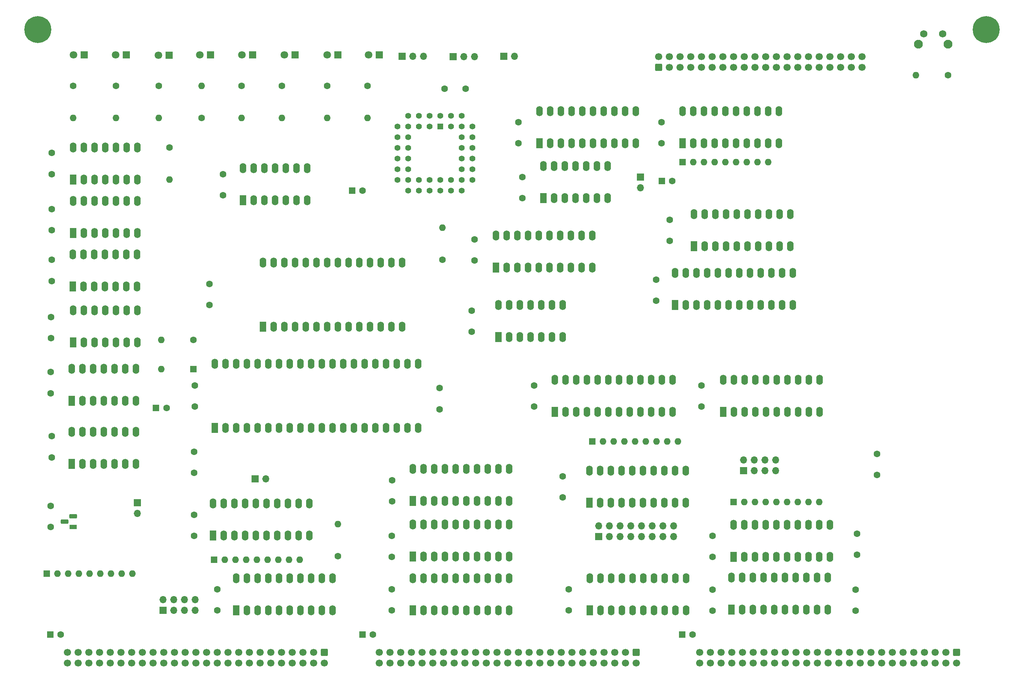
<source format=gbr>
%TF.GenerationSoftware,KiCad,Pcbnew,(6.0.11)*%
%TF.CreationDate,2024-06-23T12:14:13-05:00*%
%TF.ProjectId,processor.65816,70726f63-6573-4736-9f72-2e3635383136,v1.31*%
%TF.SameCoordinates,Original*%
%TF.FileFunction,Soldermask,Bot*%
%TF.FilePolarity,Negative*%
%FSLAX46Y46*%
G04 Gerber Fmt 4.6, Leading zero omitted, Abs format (unit mm)*
G04 Created by KiCad (PCBNEW (6.0.11)) date 2024-06-23 12:14:13*
%MOMM*%
%LPD*%
G01*
G04 APERTURE LIST*
G04 Aperture macros list*
%AMRoundRect*
0 Rectangle with rounded corners*
0 $1 Rounding radius*
0 $2 $3 $4 $5 $6 $7 $8 $9 X,Y pos of 4 corners*
0 Add a 4 corners polygon primitive as box body*
4,1,4,$2,$3,$4,$5,$6,$7,$8,$9,$2,$3,0*
0 Add four circle primitives for the rounded corners*
1,1,$1+$1,$2,$3*
1,1,$1+$1,$4,$5*
1,1,$1+$1,$6,$7*
1,1,$1+$1,$8,$9*
0 Add four rect primitives between the rounded corners*
20,1,$1+$1,$2,$3,$4,$5,0*
20,1,$1+$1,$4,$5,$6,$7,0*
20,1,$1+$1,$6,$7,$8,$9,0*
20,1,$1+$1,$8,$9,$2,$3,0*%
G04 Aperture macros list end*
%ADD10R,1.600000X2.400000*%
%ADD11O,1.600000X2.400000*%
%ADD12RoundRect,0.250000X-0.600000X0.600000X-0.600000X-0.600000X0.600000X-0.600000X0.600000X0.600000X0*%
%ADD13C,1.700000*%
%ADD14C,1.600000*%
%ADD15R,1.600000X1.600000*%
%ADD16R,1.800000X1.800000*%
%ADD17C,1.800000*%
%ADD18O,1.600000X1.600000*%
%ADD19R,1.800000X1.100000*%
%ADD20RoundRect,0.275000X0.625000X-0.275000X0.625000X0.275000X-0.625000X0.275000X-0.625000X-0.275000X0*%
%ADD21C,6.400000*%
%ADD22R,1.700000X1.700000*%
%ADD23O,1.700000X1.700000*%
%ADD24RoundRect,0.250000X0.600000X-0.600000X0.600000X0.600000X-0.600000X0.600000X-0.600000X-0.600000X0*%
%ADD25R,1.422400X1.422400*%
%ADD26C,1.422400*%
%ADD27C,2.100000*%
%ADD28C,1.750000*%
G04 APERTURE END LIST*
D10*
%TO.C,U12*%
X205075000Y-200250000D03*
D11*
X207615000Y-200250000D03*
X210155000Y-200250000D03*
X212695000Y-200250000D03*
X215235000Y-200250000D03*
X217775000Y-200250000D03*
X220315000Y-200250000D03*
X222855000Y-200250000D03*
X225395000Y-200250000D03*
X227935000Y-200250000D03*
X227935000Y-192630000D03*
X225395000Y-192630000D03*
X222855000Y-192630000D03*
X220315000Y-192630000D03*
X217775000Y-192630000D03*
X215235000Y-192630000D03*
X212695000Y-192630000D03*
X210155000Y-192630000D03*
X207615000Y-192630000D03*
X205075000Y-192630000D03*
%TD*%
D12*
%TO.C,P1*%
X108000000Y-223000000D03*
D13*
X108000000Y-225540000D03*
X105460000Y-223000000D03*
X105460000Y-225540000D03*
X102920000Y-223000000D03*
X102920000Y-225540000D03*
X100380000Y-223000000D03*
X100380000Y-225540000D03*
X97840000Y-223000000D03*
X97840000Y-225540000D03*
X95300000Y-223000000D03*
X95300000Y-225540000D03*
X92760000Y-223000000D03*
X92760000Y-225540000D03*
X90220000Y-223000000D03*
X90220000Y-225540000D03*
X87680000Y-223000000D03*
X87680000Y-225540000D03*
X85140000Y-223000000D03*
X85140000Y-225540000D03*
X82600000Y-223000000D03*
X82600000Y-225540000D03*
X80060000Y-223000000D03*
X80060000Y-225540000D03*
X77520000Y-223000000D03*
X77520000Y-225540000D03*
X74980000Y-223000000D03*
X74980000Y-225540000D03*
X72440000Y-223000000D03*
X72440000Y-225540000D03*
X69900000Y-223000000D03*
X69900000Y-225540000D03*
X67360000Y-223000000D03*
X67360000Y-225540000D03*
X64820000Y-223000000D03*
X64820000Y-225540000D03*
X62280000Y-223000000D03*
X62280000Y-225540000D03*
X59740000Y-223000000D03*
X59740000Y-225540000D03*
X57200000Y-223000000D03*
X57200000Y-225540000D03*
X54660000Y-223000000D03*
X54660000Y-225540000D03*
X52120000Y-223000000D03*
X52120000Y-225540000D03*
X49580000Y-223000000D03*
X49580000Y-225540000D03*
X47040000Y-223000000D03*
X47040000Y-225540000D03*
%TD*%
D14*
%TO.C,C2*%
X124000000Y-208000000D03*
X124000000Y-213000000D03*
%TD*%
%TO.C,C3*%
X43255000Y-129710000D03*
X43255000Y-134710000D03*
%TD*%
%TO.C,C4*%
X157750000Y-159550000D03*
X157750000Y-164550000D03*
%TD*%
%TO.C,C5*%
X77075000Y-190300000D03*
X77075000Y-195300000D03*
%TD*%
%TO.C,C6*%
X43000000Y-156380000D03*
X43000000Y-161380000D03*
%TD*%
%TO.C,C8*%
X166000000Y-208000000D03*
X166000000Y-213000000D03*
%TD*%
%TO.C,C9*%
X200075000Y-195250000D03*
X200075000Y-200250000D03*
%TD*%
%TO.C,C10*%
X43255000Y-171620000D03*
X43255000Y-176620000D03*
%TD*%
%TO.C,C11*%
X43255000Y-117645000D03*
X43255000Y-122645000D03*
%TD*%
%TO.C,C14*%
X189940000Y-120185000D03*
X189940000Y-125185000D03*
%TD*%
%TO.C,C15*%
X143600000Y-124875000D03*
X143600000Y-129875000D03*
%TD*%
D15*
%TO.C,C25*%
X42929600Y-218750000D03*
D14*
X45429600Y-218750000D03*
%TD*%
D15*
%TO.C,C26*%
X68019900Y-164900000D03*
D14*
X70519900Y-164900000D03*
%TD*%
%TO.C,C17*%
X80720000Y-135390000D03*
X80720000Y-140390000D03*
%TD*%
%TO.C,C20*%
X124000000Y-195300000D03*
X124000000Y-200300000D03*
%TD*%
%TO.C,C21*%
X77075000Y-175300000D03*
X77075000Y-180300000D03*
%TD*%
%TO.C,C22*%
X164540000Y-181145000D03*
X164540000Y-186145000D03*
%TD*%
%TO.C,C23*%
X135330000Y-165190000D03*
X135330000Y-160190000D03*
%TD*%
D15*
%TO.C,C27*%
X117000000Y-218750000D03*
D14*
X119500000Y-218750000D03*
%TD*%
D15*
%TO.C,C28*%
X192884700Y-218750000D03*
D14*
X195384700Y-218750000D03*
%TD*%
D15*
%TO.C,C29*%
X188044900Y-111000000D03*
D14*
X190544900Y-111000000D03*
%TD*%
D16*
%TO.C,D4*%
X81000000Y-81000000D03*
D17*
X78460000Y-81000000D03*
%TD*%
D16*
%TO.C,D5*%
X61000000Y-81000000D03*
D17*
X58460000Y-81000000D03*
%TD*%
D15*
%TO.C,D6*%
X76910000Y-155705000D03*
D18*
X69290000Y-155705000D03*
%TD*%
D16*
%TO.C,D1*%
X91000000Y-81000000D03*
D17*
X88460000Y-81000000D03*
%TD*%
D16*
%TO.C,D2*%
X101000000Y-81000000D03*
D17*
X98460000Y-81000000D03*
%TD*%
D14*
%TO.C,R5*%
X68655000Y-88395000D03*
D18*
X68655000Y-96015000D03*
%TD*%
D14*
%TO.C,R6*%
X58495000Y-88395000D03*
D18*
X58495000Y-96015000D03*
%TD*%
D10*
%TO.C,U4*%
X48000000Y-163200000D03*
D11*
X50540000Y-163200000D03*
X53080000Y-163200000D03*
X55620000Y-163200000D03*
X58160000Y-163200000D03*
X60700000Y-163200000D03*
X63240000Y-163200000D03*
X63240000Y-155580000D03*
X60700000Y-155580000D03*
X58160000Y-155580000D03*
X55620000Y-155580000D03*
X53080000Y-155580000D03*
X50540000Y-155580000D03*
X48000000Y-155580000D03*
%TD*%
D10*
%TO.C,U5*%
X128975000Y-200200000D03*
D11*
X131515000Y-200200000D03*
X134055000Y-200200000D03*
X136595000Y-200200000D03*
X139135000Y-200200000D03*
X141675000Y-200200000D03*
X144215000Y-200200000D03*
X146755000Y-200200000D03*
X149295000Y-200200000D03*
X151835000Y-200200000D03*
X151835000Y-192580000D03*
X149295000Y-192580000D03*
X146755000Y-192580000D03*
X144215000Y-192580000D03*
X141675000Y-192580000D03*
X139135000Y-192580000D03*
X136595000Y-192580000D03*
X134055000Y-192580000D03*
X131515000Y-192580000D03*
X128975000Y-192580000D03*
%TD*%
D10*
%TO.C,U6*%
X81575000Y-195200000D03*
D11*
X84115000Y-195200000D03*
X86655000Y-195200000D03*
X89195000Y-195200000D03*
X91735000Y-195200000D03*
X94275000Y-195200000D03*
X96815000Y-195200000D03*
X99355000Y-195200000D03*
X101895000Y-195200000D03*
X104435000Y-195200000D03*
X104435000Y-187580000D03*
X101895000Y-187580000D03*
X99355000Y-187580000D03*
X96815000Y-187580000D03*
X94275000Y-187580000D03*
X91735000Y-187580000D03*
X89195000Y-187580000D03*
X86655000Y-187580000D03*
X84115000Y-187580000D03*
X81575000Y-187580000D03*
%TD*%
D10*
%TO.C,U8*%
X171000000Y-213000000D03*
D11*
X173540000Y-213000000D03*
X176080000Y-213000000D03*
X178620000Y-213000000D03*
X181160000Y-213000000D03*
X183700000Y-213000000D03*
X186240000Y-213000000D03*
X188780000Y-213000000D03*
X191320000Y-213000000D03*
X193860000Y-213000000D03*
X193860000Y-205380000D03*
X191320000Y-205380000D03*
X188780000Y-205380000D03*
X186240000Y-205380000D03*
X183700000Y-205380000D03*
X181160000Y-205380000D03*
X178620000Y-205380000D03*
X176080000Y-205380000D03*
X173540000Y-205380000D03*
X171000000Y-205380000D03*
%TD*%
D19*
%TO.C,U15*%
X48400000Y-193200000D03*
D20*
X46330000Y-191930000D03*
X48400000Y-190660000D03*
%TD*%
D10*
%TO.C,U1*%
X128975000Y-213000000D03*
D11*
X131515000Y-213000000D03*
X134055000Y-213000000D03*
X136595000Y-213000000D03*
X139135000Y-213000000D03*
X141675000Y-213000000D03*
X144215000Y-213000000D03*
X146755000Y-213000000D03*
X149295000Y-213000000D03*
X151835000Y-213000000D03*
X151835000Y-205380000D03*
X149295000Y-205380000D03*
X146755000Y-205380000D03*
X144215000Y-205380000D03*
X141675000Y-205380000D03*
X139135000Y-205380000D03*
X136595000Y-205380000D03*
X134055000Y-205380000D03*
X131515000Y-205380000D03*
X128975000Y-205380000D03*
%TD*%
D12*
%TO.C,P2*%
X182000000Y-223000000D03*
D13*
X182000000Y-225540000D03*
X179460000Y-223000000D03*
X179460000Y-225540000D03*
X176920000Y-223000000D03*
X176920000Y-225540000D03*
X174380000Y-223000000D03*
X174380000Y-225540000D03*
X171840000Y-223000000D03*
X171840000Y-225540000D03*
X169300000Y-223000000D03*
X169300000Y-225540000D03*
X166760000Y-223000000D03*
X166760000Y-225540000D03*
X164220000Y-223000000D03*
X164220000Y-225540000D03*
X161680000Y-223000000D03*
X161680000Y-225540000D03*
X159140000Y-223000000D03*
X159140000Y-225540000D03*
X156600000Y-223000000D03*
X156600000Y-225540000D03*
X154060000Y-223000000D03*
X154060000Y-225540000D03*
X151520000Y-223000000D03*
X151520000Y-225540000D03*
X148980000Y-223000000D03*
X148980000Y-225540000D03*
X146440000Y-223000000D03*
X146440000Y-225540000D03*
X143900000Y-223000000D03*
X143900000Y-225540000D03*
X141360000Y-223000000D03*
X141360000Y-225540000D03*
X138820000Y-223000000D03*
X138820000Y-225540000D03*
X136280000Y-223000000D03*
X136280000Y-225540000D03*
X133740000Y-223000000D03*
X133740000Y-225540000D03*
X131200000Y-223000000D03*
X131200000Y-225540000D03*
X128660000Y-223000000D03*
X128660000Y-225540000D03*
X126120000Y-223000000D03*
X126120000Y-225540000D03*
X123580000Y-223000000D03*
X123580000Y-225540000D03*
X121040000Y-223000000D03*
X121040000Y-225540000D03*
%TD*%
D21*
%TO.C,H2*%
X265000000Y-75000000D03*
%TD*%
D15*
%TO.C,RN1*%
X81800000Y-201000000D03*
D18*
X84340000Y-201000000D03*
X86880000Y-201000000D03*
X89420000Y-201000000D03*
X91960000Y-201000000D03*
X94500000Y-201000000D03*
X97040000Y-201000000D03*
X99580000Y-201000000D03*
X102120000Y-201000000D03*
%TD*%
D10*
%TO.C,U11*%
X87075000Y-213025000D03*
D11*
X89615000Y-213025000D03*
X92155000Y-213025000D03*
X94695000Y-213025000D03*
X97235000Y-213025000D03*
X99775000Y-213025000D03*
X102315000Y-213025000D03*
X104855000Y-213025000D03*
X107395000Y-213025000D03*
X109935000Y-213025000D03*
X109935000Y-205405000D03*
X107395000Y-205405000D03*
X104855000Y-205405000D03*
X102315000Y-205405000D03*
X99775000Y-205405000D03*
X97235000Y-205405000D03*
X94695000Y-205405000D03*
X92155000Y-205405000D03*
X89615000Y-205405000D03*
X87075000Y-205405000D03*
%TD*%
D14*
%TO.C,C19*%
X43000000Y-188200000D03*
X43000000Y-193200000D03*
%TD*%
%TO.C,C18*%
X43125000Y-143300000D03*
X43125000Y-148300000D03*
%TD*%
%TO.C,C12*%
X77250000Y-159550000D03*
X77250000Y-164550000D03*
%TD*%
%TO.C,C16*%
X82575000Y-208025000D03*
X82575000Y-213025000D03*
%TD*%
D10*
%TO.C,U3*%
X48000000Y-178200000D03*
D11*
X50540000Y-178200000D03*
X53080000Y-178200000D03*
X55620000Y-178200000D03*
X58160000Y-178200000D03*
X60700000Y-178200000D03*
X63240000Y-178200000D03*
X63240000Y-170580000D03*
X60700000Y-170580000D03*
X58160000Y-170580000D03*
X55620000Y-170580000D03*
X53080000Y-170580000D03*
X50540000Y-170580000D03*
X48000000Y-170580000D03*
%TD*%
D21*
%TO.C,H1*%
X40000000Y-75000000D03*
%TD*%
D16*
%TO.C,D7*%
X51000000Y-81000000D03*
D17*
X48460000Y-81000000D03*
%TD*%
D12*
%TO.C,P3*%
X258000000Y-223000000D03*
D13*
X258000000Y-225540000D03*
X255460000Y-223000000D03*
X255460000Y-225540000D03*
X252920000Y-223000000D03*
X252920000Y-225540000D03*
X250380000Y-223000000D03*
X250380000Y-225540000D03*
X247840000Y-223000000D03*
X247840000Y-225540000D03*
X245300000Y-223000000D03*
X245300000Y-225540000D03*
X242760000Y-223000000D03*
X242760000Y-225540000D03*
X240220000Y-223000000D03*
X240220000Y-225540000D03*
X237680000Y-223000000D03*
X237680000Y-225540000D03*
X235140000Y-223000000D03*
X235140000Y-225540000D03*
X232600000Y-223000000D03*
X232600000Y-225540000D03*
X230060000Y-223000000D03*
X230060000Y-225540000D03*
X227520000Y-223000000D03*
X227520000Y-225540000D03*
X224980000Y-223000000D03*
X224980000Y-225540000D03*
X222440000Y-223000000D03*
X222440000Y-225540000D03*
X219900000Y-223000000D03*
X219900000Y-225540000D03*
X217360000Y-223000000D03*
X217360000Y-225540000D03*
X214820000Y-223000000D03*
X214820000Y-225540000D03*
X212280000Y-223000000D03*
X212280000Y-225540000D03*
X209740000Y-223000000D03*
X209740000Y-225540000D03*
X207200000Y-223000000D03*
X207200000Y-225540000D03*
X204660000Y-223000000D03*
X204660000Y-225540000D03*
X202120000Y-223000000D03*
X202120000Y-225540000D03*
X199580000Y-223000000D03*
X199580000Y-225540000D03*
X197040000Y-223000000D03*
X197040000Y-225540000D03*
%TD*%
D10*
%TO.C,U13*%
X48255000Y-136010000D03*
D11*
X50795000Y-136010000D03*
X53335000Y-136010000D03*
X55875000Y-136010000D03*
X58415000Y-136010000D03*
X60955000Y-136010000D03*
X63495000Y-136010000D03*
X63495000Y-128390000D03*
X60955000Y-128390000D03*
X58415000Y-128390000D03*
X55875000Y-128390000D03*
X53335000Y-128390000D03*
X50795000Y-128390000D03*
X48255000Y-128390000D03*
%TD*%
D14*
%TO.C,C36*%
X188000000Y-97000000D03*
X188000000Y-102000000D03*
%TD*%
%TO.C,C38*%
X124075000Y-182050000D03*
X124075000Y-187050000D03*
%TD*%
D15*
%TO.C,C46*%
X114544900Y-113250000D03*
D14*
X117044900Y-113250000D03*
%TD*%
D16*
%TO.C,D8*%
X121000000Y-81000000D03*
D17*
X118460000Y-81000000D03*
%TD*%
D10*
%TO.C,U19*%
X93430000Y-145550000D03*
D11*
X95970000Y-145550000D03*
X98510000Y-145550000D03*
X101050000Y-145550000D03*
X103590000Y-145550000D03*
X106130000Y-145550000D03*
X108670000Y-145550000D03*
X111210000Y-145550000D03*
X113750000Y-145550000D03*
X116290000Y-145550000D03*
X118830000Y-145550000D03*
X121370000Y-145550000D03*
X123910000Y-145550000D03*
X126450000Y-145550000D03*
X126450000Y-130310000D03*
X123910000Y-130310000D03*
X121370000Y-130310000D03*
X118830000Y-130310000D03*
X116290000Y-130310000D03*
X113750000Y-130310000D03*
X111210000Y-130310000D03*
X108670000Y-130310000D03*
X106130000Y-130310000D03*
X103590000Y-130310000D03*
X101050000Y-130310000D03*
X98510000Y-130310000D03*
X95970000Y-130310000D03*
X93430000Y-130310000D03*
%TD*%
D10*
%TO.C,U7*%
X48335000Y-149355000D03*
D11*
X50875000Y-149355000D03*
X53415000Y-149355000D03*
X55955000Y-149355000D03*
X58495000Y-149355000D03*
X61035000Y-149355000D03*
X63575000Y-149355000D03*
X63575000Y-141735000D03*
X61035000Y-141735000D03*
X58495000Y-141735000D03*
X55955000Y-141735000D03*
X53415000Y-141735000D03*
X50875000Y-141735000D03*
X48335000Y-141735000D03*
%TD*%
D16*
%TO.C,D9*%
X111180000Y-81000000D03*
D17*
X108640000Y-81000000D03*
%TD*%
D22*
%TO.C,JP7*%
X69700000Y-213025000D03*
D23*
X69700000Y-210485000D03*
X72240000Y-213025000D03*
X72240000Y-210485000D03*
X74780000Y-213025000D03*
X74780000Y-210485000D03*
X77320000Y-213025000D03*
X77320000Y-210485000D03*
%TD*%
D15*
%TO.C,RN4*%
X42075000Y-204250000D03*
D18*
X44615000Y-204250000D03*
X47155000Y-204250000D03*
X49695000Y-204250000D03*
X52235000Y-204250000D03*
X54775000Y-204250000D03*
X57315000Y-204250000D03*
X59855000Y-204250000D03*
X62395000Y-204250000D03*
%TD*%
D24*
%TO.C,J11*%
X187350000Y-83917500D03*
D13*
X187350000Y-81377500D03*
X189890000Y-83917500D03*
X189890000Y-81377500D03*
X192430000Y-83917500D03*
X192430000Y-81377500D03*
X194970000Y-83917500D03*
X194970000Y-81377500D03*
X197510000Y-83917500D03*
X197510000Y-81377500D03*
X200050000Y-83917500D03*
X200050000Y-81377500D03*
X202590000Y-83917500D03*
X202590000Y-81377500D03*
X205130000Y-83917500D03*
X205130000Y-81377500D03*
X207670000Y-83917500D03*
X207670000Y-81377500D03*
X210210000Y-83917500D03*
X210210000Y-81377500D03*
X212750000Y-83917500D03*
X212750000Y-81377500D03*
X215290000Y-83917500D03*
X215290000Y-81377500D03*
X217830000Y-83917500D03*
X217830000Y-81377500D03*
X220370000Y-83917500D03*
X220370000Y-81377500D03*
X222910000Y-83917500D03*
X222910000Y-81377500D03*
X225450000Y-83917500D03*
X225450000Y-81377500D03*
X227990000Y-83917500D03*
X227990000Y-81377500D03*
X230530000Y-83917500D03*
X230530000Y-81377500D03*
X233070000Y-83917500D03*
X233070000Y-81377500D03*
X235610000Y-83917500D03*
X235610000Y-81377500D03*
%TD*%
D15*
%TO.C,RN5*%
X193000000Y-106500000D03*
D18*
X195540000Y-106500000D03*
X198080000Y-106500000D03*
X200620000Y-106500000D03*
X203160000Y-106500000D03*
X205700000Y-106500000D03*
X208240000Y-106500000D03*
X210780000Y-106500000D03*
X213320000Y-106500000D03*
%TD*%
D10*
%TO.C,U31*%
X193000000Y-102000000D03*
D11*
X195540000Y-102000000D03*
X198080000Y-102000000D03*
X200620000Y-102000000D03*
X203160000Y-102000000D03*
X205700000Y-102000000D03*
X208240000Y-102000000D03*
X210780000Y-102000000D03*
X213320000Y-102000000D03*
X215860000Y-102000000D03*
X215860000Y-94380000D03*
X213320000Y-94380000D03*
X210780000Y-94380000D03*
X208240000Y-94380000D03*
X205700000Y-94380000D03*
X203160000Y-94380000D03*
X200620000Y-94380000D03*
X198080000Y-94380000D03*
X195540000Y-94380000D03*
X193000000Y-94380000D03*
%TD*%
D10*
%TO.C,U33*%
X159000000Y-102000000D03*
D11*
X161540000Y-102000000D03*
X164080000Y-102000000D03*
X166620000Y-102000000D03*
X169160000Y-102000000D03*
X171700000Y-102000000D03*
X174240000Y-102000000D03*
X176780000Y-102000000D03*
X179320000Y-102000000D03*
X181860000Y-102000000D03*
X181860000Y-94380000D03*
X179320000Y-94380000D03*
X176780000Y-94380000D03*
X174240000Y-94380000D03*
X171700000Y-94380000D03*
X169160000Y-94380000D03*
X166620000Y-94380000D03*
X164080000Y-94380000D03*
X161540000Y-94380000D03*
X159000000Y-94380000D03*
%TD*%
D10*
%TO.C,U20*%
X162630000Y-165855000D03*
D11*
X165170000Y-165855000D03*
X167710000Y-165855000D03*
X170250000Y-165855000D03*
X172790000Y-165855000D03*
X175330000Y-165855000D03*
X177870000Y-165855000D03*
X180410000Y-165855000D03*
X182950000Y-165855000D03*
X185490000Y-165855000D03*
X188030000Y-165855000D03*
X190570000Y-165855000D03*
X190570000Y-158235000D03*
X188030000Y-158235000D03*
X185490000Y-158235000D03*
X182950000Y-158235000D03*
X180410000Y-158235000D03*
X177870000Y-158235000D03*
X175330000Y-158235000D03*
X172790000Y-158235000D03*
X170250000Y-158235000D03*
X167710000Y-158235000D03*
X165170000Y-158235000D03*
X162630000Y-158235000D03*
%TD*%
D14*
%TO.C,C37*%
X200075000Y-208050000D03*
X200075000Y-213050000D03*
%TD*%
D22*
%TO.C,JP10*%
X207500000Y-179775000D03*
D23*
X207500000Y-177235000D03*
X210040000Y-179775000D03*
X210040000Y-177235000D03*
X212580000Y-179775000D03*
X212580000Y-177235000D03*
X215120000Y-179775000D03*
X215120000Y-177235000D03*
%TD*%
D15*
%TO.C,RN8*%
X205075000Y-187250000D03*
D18*
X207615000Y-187250000D03*
X210155000Y-187250000D03*
X212695000Y-187250000D03*
X215235000Y-187250000D03*
X217775000Y-187250000D03*
X220315000Y-187250000D03*
X222855000Y-187250000D03*
X225395000Y-187250000D03*
%TD*%
D10*
%TO.C,U9*%
X191205000Y-140455000D03*
D11*
X193745000Y-140455000D03*
X196285000Y-140455000D03*
X198825000Y-140455000D03*
X201365000Y-140455000D03*
X203905000Y-140455000D03*
X206445000Y-140455000D03*
X208985000Y-140455000D03*
X211525000Y-140455000D03*
X214065000Y-140455000D03*
X216605000Y-140455000D03*
X219145000Y-140455000D03*
X219145000Y-132835000D03*
X216605000Y-132835000D03*
X214065000Y-132835000D03*
X211525000Y-132835000D03*
X208985000Y-132835000D03*
X206445000Y-132835000D03*
X203905000Y-132835000D03*
X201365000Y-132835000D03*
X198825000Y-132835000D03*
X196285000Y-132835000D03*
X193745000Y-132835000D03*
X191205000Y-132835000D03*
%TD*%
D10*
%TO.C,U10*%
X148670000Y-131565000D03*
D11*
X151210000Y-131565000D03*
X153750000Y-131565000D03*
X156290000Y-131565000D03*
X158830000Y-131565000D03*
X161370000Y-131565000D03*
X163910000Y-131565000D03*
X166450000Y-131565000D03*
X168990000Y-131565000D03*
X171530000Y-131565000D03*
X171530000Y-123945000D03*
X168990000Y-123945000D03*
X166450000Y-123945000D03*
X163910000Y-123945000D03*
X161370000Y-123945000D03*
X158830000Y-123945000D03*
X156290000Y-123945000D03*
X153750000Y-123945000D03*
X151210000Y-123945000D03*
X148670000Y-123945000D03*
%TD*%
D10*
%TO.C,U23*%
X128950000Y-187000000D03*
D11*
X131490000Y-187000000D03*
X134030000Y-187000000D03*
X136570000Y-187000000D03*
X139110000Y-187000000D03*
X141650000Y-187000000D03*
X144190000Y-187000000D03*
X146730000Y-187000000D03*
X149270000Y-187000000D03*
X151810000Y-187000000D03*
X151810000Y-179380000D03*
X149270000Y-179380000D03*
X146730000Y-179380000D03*
X144190000Y-179380000D03*
X141650000Y-179380000D03*
X139110000Y-179380000D03*
X136570000Y-179380000D03*
X134030000Y-179380000D03*
X131490000Y-179380000D03*
X128950000Y-179380000D03*
%TD*%
D14*
%TO.C,C30*%
X239125000Y-175800000D03*
X239125000Y-180800000D03*
%TD*%
%TO.C,C31*%
X154000000Y-97000000D03*
X154000000Y-102000000D03*
%TD*%
%TO.C,C32*%
X234390000Y-194800000D03*
X234390000Y-199800000D03*
%TD*%
%TO.C,C33*%
X83895000Y-109350000D03*
X83895000Y-114350000D03*
%TD*%
%TO.C,C34*%
X43255000Y-104310000D03*
X43255000Y-109310000D03*
%TD*%
%TO.C,C35*%
X136500000Y-89000000D03*
X141500000Y-89000000D03*
%TD*%
D25*
%TO.C,U14*%
X135500000Y-98000000D03*
D26*
X132960000Y-95460000D03*
X132960000Y-98000000D03*
X130420000Y-95460000D03*
X130420000Y-98000000D03*
X127880000Y-95460000D03*
X125340000Y-98000000D03*
X127880000Y-98000000D03*
X125340000Y-100540000D03*
X127880000Y-100540000D03*
X125340000Y-103080000D03*
X127880000Y-103080000D03*
X125340000Y-105620000D03*
X127880000Y-105620000D03*
X125340000Y-108160000D03*
X127880000Y-108160000D03*
X125340000Y-110700000D03*
X127880000Y-113240000D03*
X127880000Y-110700000D03*
X130420000Y-113240000D03*
X130420000Y-110700000D03*
X132960000Y-113240000D03*
X132960000Y-110700000D03*
X135500000Y-113240000D03*
X135500000Y-110700000D03*
X138040000Y-113240000D03*
X138040000Y-110700000D03*
X140580000Y-113240000D03*
X143120000Y-110700000D03*
X140580000Y-110700000D03*
X143120000Y-108160000D03*
X140580000Y-108160000D03*
X143120000Y-105620000D03*
X140580000Y-105620000D03*
X143120000Y-103080000D03*
X140580000Y-103080000D03*
X143120000Y-100540000D03*
X140580000Y-100540000D03*
X143120000Y-98000000D03*
X140580000Y-95460000D03*
X140580000Y-98000000D03*
X138040000Y-95460000D03*
X138040000Y-98000000D03*
X135500000Y-95460000D03*
%TD*%
D10*
%TO.C,U2*%
X160000000Y-115000000D03*
D11*
X162540000Y-115000000D03*
X165080000Y-115000000D03*
X167620000Y-115000000D03*
X170160000Y-115000000D03*
X172700000Y-115000000D03*
X175240000Y-115000000D03*
X175240000Y-107380000D03*
X172700000Y-107380000D03*
X170160000Y-107380000D03*
X167620000Y-107380000D03*
X165080000Y-107380000D03*
X162540000Y-107380000D03*
X160000000Y-107380000D03*
%TD*%
D22*
%TO.C,JP13*%
X183000000Y-110000000D03*
D23*
X183000000Y-112540000D03*
%TD*%
D16*
%TO.C,D3*%
X71175000Y-81065000D03*
D17*
X68635000Y-81065000D03*
%TD*%
D14*
%TO.C,R4*%
X97865000Y-88395000D03*
D18*
X97865000Y-96015000D03*
%TD*%
D27*
%TO.C,SW1*%
X255985000Y-78452500D03*
X248975000Y-78452500D03*
D28*
X250225000Y-75962500D03*
X254725000Y-75962500D03*
%TD*%
D14*
%TO.C,C39*%
X155000000Y-110000000D03*
X155000000Y-115000000D03*
%TD*%
%TO.C,R1*%
X135965000Y-129670000D03*
D18*
X135965000Y-122050000D03*
%TD*%
D10*
%TO.C,U18*%
X202640000Y-165865000D03*
D11*
X205180000Y-165865000D03*
X207720000Y-165865000D03*
X210260000Y-165865000D03*
X212800000Y-165865000D03*
X215340000Y-165865000D03*
X217880000Y-165865000D03*
X220420000Y-165865000D03*
X222960000Y-165865000D03*
X225500000Y-165865000D03*
X225500000Y-158245000D03*
X222960000Y-158245000D03*
X220420000Y-158245000D03*
X217880000Y-158245000D03*
X215340000Y-158245000D03*
X212800000Y-158245000D03*
X210260000Y-158245000D03*
X207720000Y-158245000D03*
X205180000Y-158245000D03*
X202640000Y-158245000D03*
%TD*%
D14*
%TO.C,C13*%
X197500000Y-159550000D03*
X197500000Y-164550000D03*
%TD*%
%TO.C,C24*%
X186750000Y-134400000D03*
X186750000Y-139400000D03*
%TD*%
%TO.C,R8*%
X78815000Y-96015000D03*
D18*
X78815000Y-88395000D03*
%TD*%
D22*
%TO.C,JP4*%
X150565000Y-81340000D03*
D23*
X153105000Y-81340000D03*
%TD*%
D22*
%TO.C,JP3*%
X91510000Y-181740000D03*
D23*
X94050000Y-181740000D03*
%TD*%
D10*
%TO.C,U22*%
X170895000Y-187445000D03*
D11*
X173435000Y-187445000D03*
X175975000Y-187445000D03*
X178515000Y-187445000D03*
X181055000Y-187445000D03*
X183595000Y-187445000D03*
X186135000Y-187445000D03*
X188675000Y-187445000D03*
X191215000Y-187445000D03*
X193755000Y-187445000D03*
X193755000Y-179825000D03*
X191215000Y-179825000D03*
X188675000Y-179825000D03*
X186135000Y-179825000D03*
X183595000Y-179825000D03*
X181055000Y-179825000D03*
X178515000Y-179825000D03*
X175975000Y-179825000D03*
X173435000Y-179825000D03*
X170895000Y-179825000D03*
%TD*%
D14*
%TO.C,R12*%
X108660000Y-88395000D03*
D18*
X108660000Y-96015000D03*
%TD*%
D22*
%TO.C,JP1*%
X63575000Y-187455000D03*
D23*
X63575000Y-189995000D03*
%TD*%
D10*
%TO.C,U26*%
X88685000Y-115555000D03*
D11*
X91225000Y-115555000D03*
X93765000Y-115555000D03*
X96305000Y-115555000D03*
X98845000Y-115555000D03*
X101385000Y-115555000D03*
X103925000Y-115555000D03*
X103925000Y-107935000D03*
X101385000Y-107935000D03*
X98845000Y-107935000D03*
X96305000Y-107935000D03*
X93765000Y-107935000D03*
X91225000Y-107935000D03*
X88685000Y-107935000D03*
%TD*%
D22*
%TO.C,J3*%
X126455000Y-81340000D03*
D23*
X128995000Y-81340000D03*
X131535000Y-81340000D03*
%TD*%
D10*
%TO.C,U17*%
X149295000Y-148075000D03*
D11*
X151835000Y-148075000D03*
X154375000Y-148075000D03*
X156915000Y-148075000D03*
X159455000Y-148075000D03*
X161995000Y-148075000D03*
X164535000Y-148075000D03*
X164535000Y-140455000D03*
X161995000Y-140455000D03*
X159455000Y-140455000D03*
X156915000Y-140455000D03*
X154375000Y-140455000D03*
X151835000Y-140455000D03*
X149295000Y-140455000D03*
%TD*%
D22*
%TO.C,J1*%
X173125000Y-195475000D03*
D23*
X173125000Y-192935000D03*
X175665000Y-195475000D03*
X175665000Y-192935000D03*
X178205000Y-195475000D03*
X178205000Y-192935000D03*
X180745000Y-195475000D03*
X180745000Y-192935000D03*
X183285000Y-195475000D03*
X183285000Y-192935000D03*
X185825000Y-195475000D03*
X185825000Y-192935000D03*
X188365000Y-195475000D03*
X188365000Y-192935000D03*
X190905000Y-195475000D03*
X190905000Y-192935000D03*
%TD*%
D14*
%TO.C,R11*%
X118185000Y-88395000D03*
D18*
X118185000Y-96015000D03*
%TD*%
D14*
%TO.C,C40*%
X234075000Y-208050000D03*
X234075000Y-213050000D03*
%TD*%
%TO.C,R10*%
X71195000Y-103000000D03*
D18*
X71195000Y-110620000D03*
%TD*%
D14*
%TO.C,R7*%
X255980000Y-85855000D03*
D18*
X248360000Y-85855000D03*
%TD*%
D14*
%TO.C,R14*%
X88340000Y-88395000D03*
D18*
X88340000Y-96015000D03*
%TD*%
D14*
%TO.C,R9*%
X76910000Y-148720000D03*
D18*
X69290000Y-148720000D03*
%TD*%
D14*
%TO.C,R15*%
X111200000Y-200155000D03*
D18*
X111200000Y-192535000D03*
%TD*%
D14*
%TO.C,R13*%
X48335000Y-88395000D03*
D18*
X48335000Y-96015000D03*
%TD*%
D10*
%TO.C,U25*%
X195660000Y-126485000D03*
D11*
X198200000Y-126485000D03*
X200740000Y-126485000D03*
X203280000Y-126485000D03*
X205820000Y-126485000D03*
X208360000Y-126485000D03*
X210900000Y-126485000D03*
X213440000Y-126485000D03*
X215980000Y-126485000D03*
X218520000Y-126485000D03*
X218520000Y-118865000D03*
X215980000Y-118865000D03*
X213440000Y-118865000D03*
X210900000Y-118865000D03*
X208360000Y-118865000D03*
X205820000Y-118865000D03*
X203280000Y-118865000D03*
X200740000Y-118865000D03*
X198200000Y-118865000D03*
X195660000Y-118865000D03*
%TD*%
D15*
%TO.C,RN2*%
X171525000Y-172850000D03*
D18*
X174065000Y-172850000D03*
X176605000Y-172850000D03*
X179145000Y-172850000D03*
X181685000Y-172850000D03*
X184225000Y-172850000D03*
X186765000Y-172850000D03*
X189305000Y-172850000D03*
X191845000Y-172850000D03*
%TD*%
D10*
%TO.C,U24*%
X204545000Y-212855000D03*
D11*
X207085000Y-212855000D03*
X209625000Y-212855000D03*
X212165000Y-212855000D03*
X214705000Y-212855000D03*
X217245000Y-212855000D03*
X219785000Y-212855000D03*
X222325000Y-212855000D03*
X224865000Y-212855000D03*
X227405000Y-212855000D03*
X227405000Y-205235000D03*
X224865000Y-205235000D03*
X222325000Y-205235000D03*
X219785000Y-205235000D03*
X217245000Y-205235000D03*
X214705000Y-205235000D03*
X212165000Y-205235000D03*
X209625000Y-205235000D03*
X207085000Y-205235000D03*
X204545000Y-205235000D03*
%TD*%
D14*
%TO.C,C1*%
X142950000Y-146775000D03*
X142950000Y-141775000D03*
%TD*%
D10*
%TO.C,U16*%
X48330000Y-123310000D03*
D11*
X50870000Y-123310000D03*
X53410000Y-123310000D03*
X55950000Y-123310000D03*
X58490000Y-123310000D03*
X61030000Y-123310000D03*
X63570000Y-123310000D03*
X63570000Y-115690000D03*
X61030000Y-115690000D03*
X58490000Y-115690000D03*
X55950000Y-115690000D03*
X53410000Y-115690000D03*
X50870000Y-115690000D03*
X48330000Y-115690000D03*
%TD*%
D10*
%TO.C,IC1*%
X81990000Y-169675000D03*
D11*
X84530000Y-169675000D03*
X87070000Y-169675000D03*
X89610000Y-169675000D03*
X92150000Y-169675000D03*
X94690000Y-169675000D03*
X97230000Y-169675000D03*
X99770000Y-169675000D03*
X102310000Y-169675000D03*
X104850000Y-169675000D03*
X107390000Y-169675000D03*
X109930000Y-169675000D03*
X112470000Y-169675000D03*
X115010000Y-169675000D03*
X117550000Y-169675000D03*
X120090000Y-169675000D03*
X122630000Y-169675000D03*
X125170000Y-169675000D03*
X127710000Y-169675000D03*
X130250000Y-169675000D03*
X130250000Y-154435000D03*
X127710000Y-154435000D03*
X125170000Y-154435000D03*
X122630000Y-154435000D03*
X120090000Y-154435000D03*
X117550000Y-154435000D03*
X115010000Y-154435000D03*
X112470000Y-154435000D03*
X109930000Y-154435000D03*
X107390000Y-154435000D03*
X104850000Y-154435000D03*
X102310000Y-154435000D03*
X99770000Y-154435000D03*
X97230000Y-154435000D03*
X94690000Y-154435000D03*
X92150000Y-154435000D03*
X89610000Y-154435000D03*
X87070000Y-154435000D03*
X84530000Y-154435000D03*
X81990000Y-154435000D03*
%TD*%
D10*
%TO.C,U21*%
X48330000Y-110610000D03*
D11*
X50870000Y-110610000D03*
X53410000Y-110610000D03*
X55950000Y-110610000D03*
X58490000Y-110610000D03*
X61030000Y-110610000D03*
X63570000Y-110610000D03*
X63570000Y-102990000D03*
X61030000Y-102990000D03*
X58490000Y-102990000D03*
X55950000Y-102990000D03*
X53410000Y-102990000D03*
X50870000Y-102990000D03*
X48330000Y-102990000D03*
%TD*%
D22*
%TO.C,J2*%
X138505000Y-81410000D03*
D23*
X141045000Y-81410000D03*
X143585000Y-81410000D03*
%TD*%
M02*

</source>
